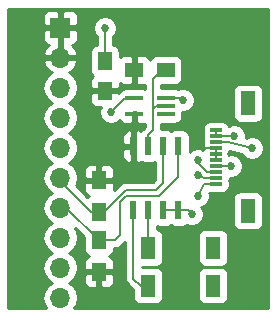
<source format=gtl>
G04 #@! TF.FileFunction,Copper,L1,Top,Signal*
%FSLAX46Y46*%
G04 Gerber Fmt 4.6, Leading zero omitted, Abs format (unit mm)*
G04 Created by KiCad (PCBNEW 4.0.5) date 03/13/17 18:48:00*
%MOMM*%
%LPD*%
G01*
G04 APERTURE LIST*
%ADD10C,0.100000*%
%ADD11R,0.600000X1.550000*%
%ADD12R,1.000000X0.300000*%
%ADD13R,1.300000X2.000000*%
%ADD14R,1.250000X1.500000*%
%ADD15R,1.500000X1.300000*%
%ADD16R,1.500000X0.400000*%
%ADD17R,1.300000X1.500000*%
%ADD18R,1.700000X1.700000*%
%ADD19O,1.700000X1.700000*%
%ADD20R,1.300000X1.900000*%
%ADD21C,0.685800*%
%ADD22C,0.152400*%
%ADD23C,0.254000*%
G04 APERTURE END LIST*
D10*
D11*
X158623000Y-88806000D03*
X159893000Y-88806000D03*
X161163000Y-88806000D03*
X162433000Y-88806000D03*
X162433000Y-83406000D03*
X161163000Y-83406000D03*
X159893000Y-83406000D03*
X158623000Y-83406000D03*
D12*
X165616000Y-84578000D03*
X165616000Y-85078000D03*
X165616000Y-85578000D03*
X165616000Y-86078000D03*
X165616000Y-86578000D03*
X165616000Y-84078000D03*
X165616000Y-83578000D03*
X165616000Y-83078000D03*
X165616000Y-82578000D03*
X165616000Y-82078000D03*
D13*
X168316000Y-88878000D03*
X168316000Y-79778000D03*
D14*
X156210000Y-78720000D03*
X156210000Y-76220000D03*
D15*
X158670000Y-76962000D03*
X161370000Y-76962000D03*
D16*
X161350000Y-80660000D03*
X161350000Y-80010000D03*
X161350000Y-79360000D03*
X158690000Y-79360000D03*
X158690000Y-80660000D03*
D17*
X155702000Y-86280000D03*
X155702000Y-88980000D03*
X155702000Y-94060000D03*
X155702000Y-91360000D03*
D18*
X152433333Y-73365000D03*
D19*
X152433333Y-75905000D03*
X152433333Y-78445000D03*
X152433333Y-80985000D03*
X152433333Y-83525000D03*
X152433333Y-86065000D03*
X152433333Y-88605000D03*
X152433333Y-91145000D03*
X152433333Y-93685000D03*
X152433333Y-96225000D03*
D20*
X159860000Y-92014000D03*
X165360000Y-92014000D03*
X165360000Y-95214000D03*
X159860000Y-95214000D03*
D21*
X157480000Y-83058000D03*
X164084000Y-83058000D03*
X162814000Y-79502000D03*
X163576000Y-89154000D03*
X167132000Y-82550000D03*
X156210000Y-73406000D03*
X156718000Y-80518000D03*
X166878000Y-85090000D03*
X164084000Y-84582000D03*
X164084000Y-85852000D03*
X164084000Y-87630000D03*
X168656000Y-83566000D03*
D22*
X165616000Y-83578000D02*
X164604000Y-83578000D01*
X164604000Y-83578000D02*
X164084000Y-83058000D01*
X165616000Y-84578000D02*
X165616000Y-84078000D01*
X165616000Y-83578000D02*
X165616000Y-84078000D01*
X161350000Y-79360000D02*
X162672000Y-79360000D01*
X162672000Y-79360000D02*
X162814000Y-79502000D01*
X161163000Y-88806000D02*
X162433000Y-88806000D01*
X162433000Y-88806000D02*
X163228000Y-88806000D01*
X163228000Y-88806000D02*
X163576000Y-89154000D01*
X165616000Y-82578000D02*
X167104000Y-82578000D01*
X167104000Y-82578000D02*
X167132000Y-82550000D01*
X165616000Y-82078000D02*
X165616000Y-82578000D01*
X156210000Y-76220000D02*
X156210000Y-73406000D01*
X165616000Y-85078000D02*
X166866000Y-85078000D01*
X157876000Y-79360000D02*
X158690000Y-79360000D01*
X156718000Y-80518000D02*
X157876000Y-79360000D01*
X166866000Y-85078000D02*
X166878000Y-85090000D01*
X161163000Y-83406000D02*
X161163000Y-86487000D01*
X157988000Y-87122000D02*
X156130000Y-88980000D01*
X160528000Y-87122000D02*
X157988000Y-87122000D01*
X161163000Y-86487000D02*
X160528000Y-87122000D01*
X156130000Y-88980000D02*
X155702000Y-88980000D01*
X155702000Y-88980000D02*
X156036000Y-88980000D01*
X152433333Y-86065000D02*
X152433333Y-86393333D01*
X152433333Y-86393333D02*
X155020000Y-88980000D01*
X155020000Y-88980000D02*
X155702000Y-88980000D01*
X162433000Y-83406000D02*
X162433000Y-85979000D01*
X157052000Y-91360000D02*
X155702000Y-91360000D01*
X157480000Y-90932000D02*
X157052000Y-91360000D01*
X157480000Y-88138000D02*
X157480000Y-90932000D01*
X157988000Y-87630000D02*
X157480000Y-88138000D01*
X160782000Y-87630000D02*
X157988000Y-87630000D01*
X162433000Y-85979000D02*
X160782000Y-87630000D01*
X152433333Y-88605000D02*
X152947000Y-88605000D01*
X152947000Y-88605000D02*
X155702000Y-91360000D01*
X161370000Y-76962000D02*
X161036000Y-76962000D01*
X161036000Y-76962000D02*
X160274000Y-77724000D01*
X160274000Y-77724000D02*
X160274000Y-80264000D01*
X161350000Y-80010000D02*
X160528000Y-80010000D01*
X159893000Y-82423000D02*
X159893000Y-83406000D01*
X160274000Y-82042000D02*
X159893000Y-82423000D01*
X160274000Y-80264000D02*
X160274000Y-82042000D01*
X160528000Y-80010000D02*
X160274000Y-80264000D01*
X165616000Y-85578000D02*
X164826000Y-85578000D01*
X164084000Y-84836000D02*
X164084000Y-84582000D01*
X164826000Y-85578000D02*
X164084000Y-84836000D01*
X165616000Y-86078000D02*
X164564000Y-86078000D01*
X164564000Y-86078000D02*
X164084000Y-85852000D01*
X152433333Y-80985000D02*
X153121000Y-80985000D01*
X165616000Y-86578000D02*
X164628000Y-86578000D01*
X164628000Y-86578000D02*
X164084000Y-87630000D01*
X165616000Y-83078000D02*
X166644000Y-83078000D01*
X166644000Y-83078000D02*
X168656000Y-83566000D01*
X158623000Y-88806000D02*
X158623000Y-94615000D01*
X158623000Y-94615000D02*
X159222000Y-95214000D01*
X159222000Y-95214000D02*
X159860000Y-95214000D01*
X159893000Y-88806000D02*
X159893000Y-91981000D01*
X159893000Y-91981000D02*
X159860000Y-92014000D01*
D23*
G36*
X170003000Y-97105000D02*
X153626106Y-97105000D01*
X153834387Y-96793285D01*
X153947426Y-96225000D01*
X153834387Y-95656715D01*
X153512480Y-95174946D01*
X153183307Y-94955000D01*
X153512480Y-94735054D01*
X153772604Y-94345750D01*
X154417000Y-94345750D01*
X154417000Y-94936309D01*
X154513673Y-95169698D01*
X154692301Y-95348327D01*
X154925690Y-95445000D01*
X155416250Y-95445000D01*
X155575000Y-95286250D01*
X155575000Y-94187000D01*
X155829000Y-94187000D01*
X155829000Y-95286250D01*
X155987750Y-95445000D01*
X156478310Y-95445000D01*
X156711699Y-95348327D01*
X156890327Y-95169698D01*
X156987000Y-94936309D01*
X156987000Y-94345750D01*
X156828250Y-94187000D01*
X155829000Y-94187000D01*
X155575000Y-94187000D01*
X154575750Y-94187000D01*
X154417000Y-94345750D01*
X153772604Y-94345750D01*
X153834387Y-94253285D01*
X153947426Y-93685000D01*
X153834387Y-93116715D01*
X153512480Y-92634946D01*
X153183307Y-92415000D01*
X153512480Y-92195054D01*
X153834387Y-91713285D01*
X153947426Y-91145000D01*
X153834387Y-90576715D01*
X153676235Y-90340024D01*
X154404560Y-91068349D01*
X154404560Y-92110000D01*
X154448838Y-92345317D01*
X154587910Y-92561441D01*
X154800110Y-92706431D01*
X154833490Y-92713191D01*
X154692301Y-92771673D01*
X154513673Y-92950302D01*
X154417000Y-93183691D01*
X154417000Y-93774250D01*
X154575750Y-93933000D01*
X155575000Y-93933000D01*
X155575000Y-93913000D01*
X155829000Y-93913000D01*
X155829000Y-93933000D01*
X156828250Y-93933000D01*
X156987000Y-93774250D01*
X156987000Y-93183691D01*
X156890327Y-92950302D01*
X156711699Y-92771673D01*
X156575713Y-92715346D01*
X156587317Y-92713162D01*
X156803441Y-92574090D01*
X156948431Y-92361890D01*
X156999440Y-92110000D01*
X156999440Y-92071200D01*
X157052000Y-92071200D01*
X157324165Y-92017063D01*
X157554894Y-91862894D01*
X157911800Y-91505989D01*
X157911800Y-94615000D01*
X157965937Y-94887165D01*
X158120106Y-95117894D01*
X158562560Y-95560348D01*
X158562560Y-96164000D01*
X158606838Y-96399317D01*
X158745910Y-96615441D01*
X158958110Y-96760431D01*
X159210000Y-96811440D01*
X160510000Y-96811440D01*
X160745317Y-96767162D01*
X160961441Y-96628090D01*
X161106431Y-96415890D01*
X161157440Y-96164000D01*
X161157440Y-94264000D01*
X164062560Y-94264000D01*
X164062560Y-96164000D01*
X164106838Y-96399317D01*
X164245910Y-96615441D01*
X164458110Y-96760431D01*
X164710000Y-96811440D01*
X166010000Y-96811440D01*
X166245317Y-96767162D01*
X166461441Y-96628090D01*
X166606431Y-96415890D01*
X166657440Y-96164000D01*
X166657440Y-94264000D01*
X166613162Y-94028683D01*
X166474090Y-93812559D01*
X166261890Y-93667569D01*
X166010000Y-93616560D01*
X164710000Y-93616560D01*
X164474683Y-93660838D01*
X164258559Y-93799910D01*
X164113569Y-94012110D01*
X164062560Y-94264000D01*
X161157440Y-94264000D01*
X161113162Y-94028683D01*
X160974090Y-93812559D01*
X160761890Y-93667569D01*
X160510000Y-93616560D01*
X159334200Y-93616560D01*
X159334200Y-93611440D01*
X160510000Y-93611440D01*
X160745317Y-93567162D01*
X160961441Y-93428090D01*
X161106431Y-93215890D01*
X161157440Y-92964000D01*
X161157440Y-91064000D01*
X164062560Y-91064000D01*
X164062560Y-92964000D01*
X164106838Y-93199317D01*
X164245910Y-93415441D01*
X164458110Y-93560431D01*
X164710000Y-93611440D01*
X166010000Y-93611440D01*
X166245317Y-93567162D01*
X166461441Y-93428090D01*
X166606431Y-93215890D01*
X166657440Y-92964000D01*
X166657440Y-91064000D01*
X166613162Y-90828683D01*
X166474090Y-90612559D01*
X166261890Y-90467569D01*
X166010000Y-90416560D01*
X164710000Y-90416560D01*
X164474683Y-90460838D01*
X164258559Y-90599910D01*
X164113569Y-90812110D01*
X164062560Y-91064000D01*
X161157440Y-91064000D01*
X161113162Y-90828683D01*
X160974090Y-90612559D01*
X160761890Y-90467569D01*
X160604200Y-90435636D01*
X160604200Y-90172710D01*
X160611110Y-90177431D01*
X160863000Y-90228440D01*
X161463000Y-90228440D01*
X161698317Y-90184162D01*
X161797528Y-90120322D01*
X161881110Y-90177431D01*
X162133000Y-90228440D01*
X162733000Y-90228440D01*
X162968317Y-90184162D01*
X163179553Y-90048235D01*
X163380630Y-90131730D01*
X163769663Y-90132069D01*
X164129212Y-89983507D01*
X164404540Y-89708659D01*
X164553730Y-89349370D01*
X164554069Y-88960337D01*
X164405507Y-88600788D01*
X164373320Y-88568545D01*
X164637212Y-88459507D01*
X164912540Y-88184659D01*
X165039876Y-87878000D01*
X167018560Y-87878000D01*
X167018560Y-89878000D01*
X167062838Y-90113317D01*
X167201910Y-90329441D01*
X167414110Y-90474431D01*
X167666000Y-90525440D01*
X168966000Y-90525440D01*
X169201317Y-90481162D01*
X169417441Y-90342090D01*
X169562431Y-90129890D01*
X169613440Y-89878000D01*
X169613440Y-87878000D01*
X169569162Y-87642683D01*
X169430090Y-87426559D01*
X169217890Y-87281569D01*
X168966000Y-87230560D01*
X167666000Y-87230560D01*
X167430683Y-87274838D01*
X167214559Y-87413910D01*
X167069569Y-87626110D01*
X167018560Y-87878000D01*
X165039876Y-87878000D01*
X165061730Y-87825370D01*
X165062069Y-87436337D01*
X165029685Y-87357961D01*
X165116000Y-87375440D01*
X166116000Y-87375440D01*
X166351317Y-87331162D01*
X166567441Y-87192090D01*
X166712431Y-86979890D01*
X166763440Y-86728000D01*
X166763440Y-86428000D01*
X166743933Y-86324329D01*
X166763440Y-86228000D01*
X166763440Y-86067800D01*
X167071663Y-86068069D01*
X167431212Y-85919507D01*
X167706540Y-85644659D01*
X167855730Y-85285370D01*
X167856069Y-84896337D01*
X167707507Y-84536788D01*
X167432659Y-84261460D01*
X167073370Y-84112270D01*
X166684337Y-84111931D01*
X166674143Y-84116143D01*
X166658344Y-84078000D01*
X166751000Y-83854309D01*
X166751000Y-83835773D01*
X167816122Y-84094113D01*
X167826493Y-84119212D01*
X168101341Y-84394540D01*
X168460630Y-84543730D01*
X168849663Y-84544069D01*
X169209212Y-84395507D01*
X169484540Y-84120659D01*
X169633730Y-83761370D01*
X169634069Y-83372337D01*
X169485507Y-83012788D01*
X169210659Y-82737460D01*
X168851370Y-82588270D01*
X168462337Y-82587931D01*
X168158439Y-82713499D01*
X168109768Y-82701694D01*
X168110069Y-82356337D01*
X167961507Y-81996788D01*
X167686659Y-81721460D01*
X167327370Y-81572270D01*
X166938337Y-81571931D01*
X166703815Y-81668833D01*
X166580090Y-81476559D01*
X166367890Y-81331569D01*
X166116000Y-81280560D01*
X165116000Y-81280560D01*
X164880683Y-81324838D01*
X164664559Y-81463910D01*
X164519569Y-81676110D01*
X164468560Y-81928000D01*
X164468560Y-82228000D01*
X164488067Y-82331671D01*
X164468560Y-82428000D01*
X164468560Y-82728000D01*
X164488067Y-82831671D01*
X164468560Y-82928000D01*
X164468560Y-83228000D01*
X164481981Y-83299324D01*
X164481000Y-83301691D01*
X164481000Y-83344250D01*
X164492621Y-83355871D01*
X164512838Y-83463317D01*
X164579329Y-83566646D01*
X164577673Y-83568302D01*
X164521183Y-83704680D01*
X164279370Y-83604270D01*
X163890337Y-83603931D01*
X163530788Y-83752493D01*
X163380440Y-83902579D01*
X163380440Y-82631000D01*
X163336162Y-82395683D01*
X163197090Y-82179559D01*
X162984890Y-82034569D01*
X162733000Y-81983560D01*
X162133000Y-81983560D01*
X161897683Y-82027838D01*
X161798472Y-82091678D01*
X161714890Y-82034569D01*
X161463000Y-81983560D01*
X160985200Y-81983560D01*
X160985200Y-81507440D01*
X162100000Y-81507440D01*
X162335317Y-81463162D01*
X162551441Y-81324090D01*
X162696431Y-81111890D01*
X162747440Y-80860000D01*
X162747440Y-80479842D01*
X163007663Y-80480069D01*
X163367212Y-80331507D01*
X163642540Y-80056659D01*
X163791730Y-79697370D01*
X163792069Y-79308337D01*
X163643507Y-78948788D01*
X163473017Y-78778000D01*
X167018560Y-78778000D01*
X167018560Y-80778000D01*
X167062838Y-81013317D01*
X167201910Y-81229441D01*
X167414110Y-81374431D01*
X167666000Y-81425440D01*
X168966000Y-81425440D01*
X169201317Y-81381162D01*
X169417441Y-81242090D01*
X169562431Y-81029890D01*
X169613440Y-80778000D01*
X169613440Y-78778000D01*
X169569162Y-78542683D01*
X169430090Y-78326559D01*
X169217890Y-78181569D01*
X168966000Y-78130560D01*
X167666000Y-78130560D01*
X167430683Y-78174838D01*
X167214559Y-78313910D01*
X167069569Y-78526110D01*
X167018560Y-78778000D01*
X163473017Y-78778000D01*
X163368659Y-78673460D01*
X163009370Y-78524270D01*
X162620337Y-78523931D01*
X162416901Y-78607989D01*
X162351890Y-78563569D01*
X162100000Y-78512560D01*
X160985200Y-78512560D01*
X160985200Y-78259440D01*
X162120000Y-78259440D01*
X162355317Y-78215162D01*
X162571441Y-78076090D01*
X162716431Y-77863890D01*
X162767440Y-77612000D01*
X162767440Y-76312000D01*
X162723162Y-76076683D01*
X162584090Y-75860559D01*
X162371890Y-75715569D01*
X162120000Y-75664560D01*
X160620000Y-75664560D01*
X160384683Y-75708838D01*
X160168559Y-75847910D01*
X160023569Y-76060110D01*
X160016809Y-76093490D01*
X159958327Y-75952301D01*
X159779698Y-75773673D01*
X159546309Y-75677000D01*
X158955750Y-75677000D01*
X158797000Y-75835750D01*
X158797000Y-76835000D01*
X158817000Y-76835000D01*
X158817000Y-77089000D01*
X158797000Y-77089000D01*
X158797000Y-78088250D01*
X158955750Y-78247000D01*
X159546309Y-78247000D01*
X159562800Y-78240169D01*
X159562800Y-78537428D01*
X159440000Y-78512560D01*
X157940000Y-78512560D01*
X157704683Y-78556838D01*
X157488559Y-78695910D01*
X157382882Y-78850573D01*
X157373105Y-78857106D01*
X157347231Y-78882981D01*
X157311250Y-78847000D01*
X156337000Y-78847000D01*
X156337000Y-78867000D01*
X156083000Y-78867000D01*
X156083000Y-78847000D01*
X155108750Y-78847000D01*
X154950000Y-79005750D01*
X154950000Y-79596309D01*
X155046673Y-79829698D01*
X155225301Y-80008327D01*
X155458690Y-80105000D01*
X155830638Y-80105000D01*
X155740270Y-80322630D01*
X155739931Y-80711663D01*
X155888493Y-81071212D01*
X156163341Y-81346540D01*
X156522630Y-81495730D01*
X156911663Y-81496069D01*
X157271212Y-81347507D01*
X157400962Y-81217983D01*
X157401673Y-81219699D01*
X157580302Y-81398327D01*
X157813691Y-81495000D01*
X158404250Y-81495000D01*
X158563000Y-81336250D01*
X158563000Y-80760000D01*
X158543000Y-80760000D01*
X158543000Y-80560000D01*
X158563000Y-80560000D01*
X158563000Y-80513000D01*
X158817000Y-80513000D01*
X158817000Y-80560000D01*
X158837000Y-80560000D01*
X158837000Y-80760000D01*
X158817000Y-80760000D01*
X158817000Y-81336250D01*
X158975750Y-81495000D01*
X159562800Y-81495000D01*
X159562800Y-81747412D01*
X159390106Y-81920106D01*
X159288281Y-82072497D01*
X159267020Y-82086178D01*
X159049310Y-81996000D01*
X158908750Y-81996000D01*
X158750000Y-82154750D01*
X158750000Y-83279000D01*
X158770000Y-83279000D01*
X158770000Y-83533000D01*
X158750000Y-83533000D01*
X158750000Y-84657250D01*
X158908750Y-84816000D01*
X159049310Y-84816000D01*
X159266122Y-84726194D01*
X159341110Y-84777431D01*
X159593000Y-84828440D01*
X160193000Y-84828440D01*
X160428317Y-84784162D01*
X160451800Y-84769051D01*
X160451800Y-86192411D01*
X160233412Y-86410800D01*
X157988000Y-86410800D01*
X157715835Y-86464937D01*
X157485106Y-86619106D01*
X156987000Y-87117212D01*
X156987000Y-86565750D01*
X156828250Y-86407000D01*
X155829000Y-86407000D01*
X155829000Y-86427000D01*
X155575000Y-86427000D01*
X155575000Y-86407000D01*
X154575750Y-86407000D01*
X154417000Y-86565750D01*
X154417000Y-87156309D01*
X154513673Y-87389698D01*
X154692301Y-87568327D01*
X154828287Y-87624654D01*
X154816683Y-87626838D01*
X154729030Y-87683241D01*
X153772177Y-86726389D01*
X153834387Y-86633285D01*
X153947426Y-86065000D01*
X153834387Y-85496715D01*
X153772231Y-85403691D01*
X154417000Y-85403691D01*
X154417000Y-85994250D01*
X154575750Y-86153000D01*
X155575000Y-86153000D01*
X155575000Y-85053750D01*
X155829000Y-85053750D01*
X155829000Y-86153000D01*
X156828250Y-86153000D01*
X156987000Y-85994250D01*
X156987000Y-85403691D01*
X156890327Y-85170302D01*
X156711699Y-84991673D01*
X156478310Y-84895000D01*
X155987750Y-84895000D01*
X155829000Y-85053750D01*
X155575000Y-85053750D01*
X155416250Y-84895000D01*
X154925690Y-84895000D01*
X154692301Y-84991673D01*
X154513673Y-85170302D01*
X154417000Y-85403691D01*
X153772231Y-85403691D01*
X153512480Y-85014946D01*
X153183307Y-84795000D01*
X153512480Y-84575054D01*
X153834387Y-84093285D01*
X153914257Y-83691750D01*
X157688000Y-83691750D01*
X157688000Y-84307309D01*
X157784673Y-84540698D01*
X157963301Y-84719327D01*
X158196690Y-84816000D01*
X158337250Y-84816000D01*
X158496000Y-84657250D01*
X158496000Y-83533000D01*
X157846750Y-83533000D01*
X157688000Y-83691750D01*
X153914257Y-83691750D01*
X153947426Y-83525000D01*
X153834387Y-82956715D01*
X153532355Y-82504691D01*
X157688000Y-82504691D01*
X157688000Y-83120250D01*
X157846750Y-83279000D01*
X158496000Y-83279000D01*
X158496000Y-82154750D01*
X158337250Y-81996000D01*
X158196690Y-81996000D01*
X157963301Y-82092673D01*
X157784673Y-82271302D01*
X157688000Y-82504691D01*
X153532355Y-82504691D01*
X153512480Y-82474946D01*
X153183307Y-82255000D01*
X153512480Y-82035054D01*
X153834387Y-81553285D01*
X153947426Y-80985000D01*
X153834387Y-80416715D01*
X153512480Y-79934946D01*
X153183307Y-79715000D01*
X153512480Y-79495054D01*
X153834387Y-79013285D01*
X153947426Y-78445000D01*
X153834387Y-77876715D01*
X153512480Y-77394946D01*
X153171780Y-77167298D01*
X153314691Y-77100183D01*
X153704978Y-76671924D01*
X153874809Y-76261890D01*
X153753488Y-76032000D01*
X152560333Y-76032000D01*
X152560333Y-76052000D01*
X152306333Y-76052000D01*
X152306333Y-76032000D01*
X151113178Y-76032000D01*
X150991857Y-76261890D01*
X151161688Y-76671924D01*
X151551975Y-77100183D01*
X151694886Y-77167298D01*
X151354186Y-77394946D01*
X151032279Y-77876715D01*
X150919240Y-78445000D01*
X151032279Y-79013285D01*
X151354186Y-79495054D01*
X151683359Y-79715000D01*
X151354186Y-79934946D01*
X151032279Y-80416715D01*
X150919240Y-80985000D01*
X151032279Y-81553285D01*
X151354186Y-82035054D01*
X151683359Y-82255000D01*
X151354186Y-82474946D01*
X151032279Y-82956715D01*
X150919240Y-83525000D01*
X151032279Y-84093285D01*
X151354186Y-84575054D01*
X151683359Y-84795000D01*
X151354186Y-85014946D01*
X151032279Y-85496715D01*
X150919240Y-86065000D01*
X151032279Y-86633285D01*
X151354186Y-87115054D01*
X151683359Y-87335000D01*
X151354186Y-87554946D01*
X151032279Y-88036715D01*
X150919240Y-88605000D01*
X151032279Y-89173285D01*
X151354186Y-89655054D01*
X151683359Y-89875000D01*
X151354186Y-90094946D01*
X151032279Y-90576715D01*
X150919240Y-91145000D01*
X151032279Y-91713285D01*
X151354186Y-92195054D01*
X151683359Y-92415000D01*
X151354186Y-92634946D01*
X151032279Y-93116715D01*
X150919240Y-93685000D01*
X151032279Y-94253285D01*
X151354186Y-94735054D01*
X151683359Y-94955000D01*
X151354186Y-95174946D01*
X151032279Y-95656715D01*
X150919240Y-96225000D01*
X151032279Y-96793285D01*
X151240560Y-97105000D01*
X148005000Y-97105000D01*
X148005000Y-73650750D01*
X150948333Y-73650750D01*
X150948333Y-74341310D01*
X151045006Y-74574699D01*
X151223635Y-74753327D01*
X151433211Y-74840136D01*
X151161688Y-75138076D01*
X150991857Y-75548110D01*
X151113178Y-75778000D01*
X152306333Y-75778000D01*
X152306333Y-73492000D01*
X152560333Y-73492000D01*
X152560333Y-75778000D01*
X153753488Y-75778000D01*
X153874809Y-75548110D01*
X153842457Y-75470000D01*
X154937560Y-75470000D01*
X154937560Y-76970000D01*
X154981838Y-77205317D01*
X155120910Y-77421441D01*
X155189006Y-77467969D01*
X155046673Y-77610302D01*
X154950000Y-77843691D01*
X154950000Y-78434250D01*
X155108750Y-78593000D01*
X156083000Y-78593000D01*
X156083000Y-78573000D01*
X156337000Y-78573000D01*
X156337000Y-78593000D01*
X157311250Y-78593000D01*
X157470000Y-78434250D01*
X157470000Y-78060026D01*
X157560302Y-78150327D01*
X157793691Y-78247000D01*
X158384250Y-78247000D01*
X158543000Y-78088250D01*
X158543000Y-77089000D01*
X158523000Y-77089000D01*
X158523000Y-76835000D01*
X158543000Y-76835000D01*
X158543000Y-75835750D01*
X158384250Y-75677000D01*
X157793691Y-75677000D01*
X157560302Y-75773673D01*
X157482440Y-75851535D01*
X157482440Y-75470000D01*
X157438162Y-75234683D01*
X157299090Y-75018559D01*
X157086890Y-74873569D01*
X156921200Y-74840016D01*
X156921200Y-74077794D01*
X157038540Y-73960659D01*
X157187730Y-73601370D01*
X157188069Y-73212337D01*
X157039507Y-72852788D01*
X156764659Y-72577460D01*
X156405370Y-72428270D01*
X156016337Y-72427931D01*
X155656788Y-72576493D01*
X155381460Y-72851341D01*
X155232270Y-73210630D01*
X155231931Y-73599663D01*
X155380493Y-73959212D01*
X155498800Y-74077726D01*
X155498800Y-74838780D01*
X155349683Y-74866838D01*
X155133559Y-75005910D01*
X154988569Y-75218110D01*
X154937560Y-75470000D01*
X153842457Y-75470000D01*
X153704978Y-75138076D01*
X153433455Y-74840136D01*
X153643031Y-74753327D01*
X153821660Y-74574699D01*
X153918333Y-74341310D01*
X153918333Y-73650750D01*
X153759583Y-73492000D01*
X152560333Y-73492000D01*
X152306333Y-73492000D01*
X151107083Y-73492000D01*
X150948333Y-73650750D01*
X148005000Y-73650750D01*
X148005000Y-72388690D01*
X150948333Y-72388690D01*
X150948333Y-73079250D01*
X151107083Y-73238000D01*
X152306333Y-73238000D01*
X152306333Y-72038750D01*
X152560333Y-72038750D01*
X152560333Y-73238000D01*
X153759583Y-73238000D01*
X153918333Y-73079250D01*
X153918333Y-72388690D01*
X153821660Y-72155301D01*
X153643031Y-71976673D01*
X153409642Y-71880000D01*
X152719083Y-71880000D01*
X152560333Y-72038750D01*
X152306333Y-72038750D01*
X152147583Y-71880000D01*
X151457024Y-71880000D01*
X151223635Y-71976673D01*
X151045006Y-72155301D01*
X150948333Y-72388690D01*
X148005000Y-72388690D01*
X148005000Y-71805000D01*
X170003000Y-71805000D01*
X170003000Y-97105000D01*
X170003000Y-97105000D01*
G37*
X170003000Y-97105000D02*
X153626106Y-97105000D01*
X153834387Y-96793285D01*
X153947426Y-96225000D01*
X153834387Y-95656715D01*
X153512480Y-95174946D01*
X153183307Y-94955000D01*
X153512480Y-94735054D01*
X153772604Y-94345750D01*
X154417000Y-94345750D01*
X154417000Y-94936309D01*
X154513673Y-95169698D01*
X154692301Y-95348327D01*
X154925690Y-95445000D01*
X155416250Y-95445000D01*
X155575000Y-95286250D01*
X155575000Y-94187000D01*
X155829000Y-94187000D01*
X155829000Y-95286250D01*
X155987750Y-95445000D01*
X156478310Y-95445000D01*
X156711699Y-95348327D01*
X156890327Y-95169698D01*
X156987000Y-94936309D01*
X156987000Y-94345750D01*
X156828250Y-94187000D01*
X155829000Y-94187000D01*
X155575000Y-94187000D01*
X154575750Y-94187000D01*
X154417000Y-94345750D01*
X153772604Y-94345750D01*
X153834387Y-94253285D01*
X153947426Y-93685000D01*
X153834387Y-93116715D01*
X153512480Y-92634946D01*
X153183307Y-92415000D01*
X153512480Y-92195054D01*
X153834387Y-91713285D01*
X153947426Y-91145000D01*
X153834387Y-90576715D01*
X153676235Y-90340024D01*
X154404560Y-91068349D01*
X154404560Y-92110000D01*
X154448838Y-92345317D01*
X154587910Y-92561441D01*
X154800110Y-92706431D01*
X154833490Y-92713191D01*
X154692301Y-92771673D01*
X154513673Y-92950302D01*
X154417000Y-93183691D01*
X154417000Y-93774250D01*
X154575750Y-93933000D01*
X155575000Y-93933000D01*
X155575000Y-93913000D01*
X155829000Y-93913000D01*
X155829000Y-93933000D01*
X156828250Y-93933000D01*
X156987000Y-93774250D01*
X156987000Y-93183691D01*
X156890327Y-92950302D01*
X156711699Y-92771673D01*
X156575713Y-92715346D01*
X156587317Y-92713162D01*
X156803441Y-92574090D01*
X156948431Y-92361890D01*
X156999440Y-92110000D01*
X156999440Y-92071200D01*
X157052000Y-92071200D01*
X157324165Y-92017063D01*
X157554894Y-91862894D01*
X157911800Y-91505989D01*
X157911800Y-94615000D01*
X157965937Y-94887165D01*
X158120106Y-95117894D01*
X158562560Y-95560348D01*
X158562560Y-96164000D01*
X158606838Y-96399317D01*
X158745910Y-96615441D01*
X158958110Y-96760431D01*
X159210000Y-96811440D01*
X160510000Y-96811440D01*
X160745317Y-96767162D01*
X160961441Y-96628090D01*
X161106431Y-96415890D01*
X161157440Y-96164000D01*
X161157440Y-94264000D01*
X164062560Y-94264000D01*
X164062560Y-96164000D01*
X164106838Y-96399317D01*
X164245910Y-96615441D01*
X164458110Y-96760431D01*
X164710000Y-96811440D01*
X166010000Y-96811440D01*
X166245317Y-96767162D01*
X166461441Y-96628090D01*
X166606431Y-96415890D01*
X166657440Y-96164000D01*
X166657440Y-94264000D01*
X166613162Y-94028683D01*
X166474090Y-93812559D01*
X166261890Y-93667569D01*
X166010000Y-93616560D01*
X164710000Y-93616560D01*
X164474683Y-93660838D01*
X164258559Y-93799910D01*
X164113569Y-94012110D01*
X164062560Y-94264000D01*
X161157440Y-94264000D01*
X161113162Y-94028683D01*
X160974090Y-93812559D01*
X160761890Y-93667569D01*
X160510000Y-93616560D01*
X159334200Y-93616560D01*
X159334200Y-93611440D01*
X160510000Y-93611440D01*
X160745317Y-93567162D01*
X160961441Y-93428090D01*
X161106431Y-93215890D01*
X161157440Y-92964000D01*
X161157440Y-91064000D01*
X164062560Y-91064000D01*
X164062560Y-92964000D01*
X164106838Y-93199317D01*
X164245910Y-93415441D01*
X164458110Y-93560431D01*
X164710000Y-93611440D01*
X166010000Y-93611440D01*
X166245317Y-93567162D01*
X166461441Y-93428090D01*
X166606431Y-93215890D01*
X166657440Y-92964000D01*
X166657440Y-91064000D01*
X166613162Y-90828683D01*
X166474090Y-90612559D01*
X166261890Y-90467569D01*
X166010000Y-90416560D01*
X164710000Y-90416560D01*
X164474683Y-90460838D01*
X164258559Y-90599910D01*
X164113569Y-90812110D01*
X164062560Y-91064000D01*
X161157440Y-91064000D01*
X161113162Y-90828683D01*
X160974090Y-90612559D01*
X160761890Y-90467569D01*
X160604200Y-90435636D01*
X160604200Y-90172710D01*
X160611110Y-90177431D01*
X160863000Y-90228440D01*
X161463000Y-90228440D01*
X161698317Y-90184162D01*
X161797528Y-90120322D01*
X161881110Y-90177431D01*
X162133000Y-90228440D01*
X162733000Y-90228440D01*
X162968317Y-90184162D01*
X163179553Y-90048235D01*
X163380630Y-90131730D01*
X163769663Y-90132069D01*
X164129212Y-89983507D01*
X164404540Y-89708659D01*
X164553730Y-89349370D01*
X164554069Y-88960337D01*
X164405507Y-88600788D01*
X164373320Y-88568545D01*
X164637212Y-88459507D01*
X164912540Y-88184659D01*
X165039876Y-87878000D01*
X167018560Y-87878000D01*
X167018560Y-89878000D01*
X167062838Y-90113317D01*
X167201910Y-90329441D01*
X167414110Y-90474431D01*
X167666000Y-90525440D01*
X168966000Y-90525440D01*
X169201317Y-90481162D01*
X169417441Y-90342090D01*
X169562431Y-90129890D01*
X169613440Y-89878000D01*
X169613440Y-87878000D01*
X169569162Y-87642683D01*
X169430090Y-87426559D01*
X169217890Y-87281569D01*
X168966000Y-87230560D01*
X167666000Y-87230560D01*
X167430683Y-87274838D01*
X167214559Y-87413910D01*
X167069569Y-87626110D01*
X167018560Y-87878000D01*
X165039876Y-87878000D01*
X165061730Y-87825370D01*
X165062069Y-87436337D01*
X165029685Y-87357961D01*
X165116000Y-87375440D01*
X166116000Y-87375440D01*
X166351317Y-87331162D01*
X166567441Y-87192090D01*
X166712431Y-86979890D01*
X166763440Y-86728000D01*
X166763440Y-86428000D01*
X166743933Y-86324329D01*
X166763440Y-86228000D01*
X166763440Y-86067800D01*
X167071663Y-86068069D01*
X167431212Y-85919507D01*
X167706540Y-85644659D01*
X167855730Y-85285370D01*
X167856069Y-84896337D01*
X167707507Y-84536788D01*
X167432659Y-84261460D01*
X167073370Y-84112270D01*
X166684337Y-84111931D01*
X166674143Y-84116143D01*
X166658344Y-84078000D01*
X166751000Y-83854309D01*
X166751000Y-83835773D01*
X167816122Y-84094113D01*
X167826493Y-84119212D01*
X168101341Y-84394540D01*
X168460630Y-84543730D01*
X168849663Y-84544069D01*
X169209212Y-84395507D01*
X169484540Y-84120659D01*
X169633730Y-83761370D01*
X169634069Y-83372337D01*
X169485507Y-83012788D01*
X169210659Y-82737460D01*
X168851370Y-82588270D01*
X168462337Y-82587931D01*
X168158439Y-82713499D01*
X168109768Y-82701694D01*
X168110069Y-82356337D01*
X167961507Y-81996788D01*
X167686659Y-81721460D01*
X167327370Y-81572270D01*
X166938337Y-81571931D01*
X166703815Y-81668833D01*
X166580090Y-81476559D01*
X166367890Y-81331569D01*
X166116000Y-81280560D01*
X165116000Y-81280560D01*
X164880683Y-81324838D01*
X164664559Y-81463910D01*
X164519569Y-81676110D01*
X164468560Y-81928000D01*
X164468560Y-82228000D01*
X164488067Y-82331671D01*
X164468560Y-82428000D01*
X164468560Y-82728000D01*
X164488067Y-82831671D01*
X164468560Y-82928000D01*
X164468560Y-83228000D01*
X164481981Y-83299324D01*
X164481000Y-83301691D01*
X164481000Y-83344250D01*
X164492621Y-83355871D01*
X164512838Y-83463317D01*
X164579329Y-83566646D01*
X164577673Y-83568302D01*
X164521183Y-83704680D01*
X164279370Y-83604270D01*
X163890337Y-83603931D01*
X163530788Y-83752493D01*
X163380440Y-83902579D01*
X163380440Y-82631000D01*
X163336162Y-82395683D01*
X163197090Y-82179559D01*
X162984890Y-82034569D01*
X162733000Y-81983560D01*
X162133000Y-81983560D01*
X161897683Y-82027838D01*
X161798472Y-82091678D01*
X161714890Y-82034569D01*
X161463000Y-81983560D01*
X160985200Y-81983560D01*
X160985200Y-81507440D01*
X162100000Y-81507440D01*
X162335317Y-81463162D01*
X162551441Y-81324090D01*
X162696431Y-81111890D01*
X162747440Y-80860000D01*
X162747440Y-80479842D01*
X163007663Y-80480069D01*
X163367212Y-80331507D01*
X163642540Y-80056659D01*
X163791730Y-79697370D01*
X163792069Y-79308337D01*
X163643507Y-78948788D01*
X163473017Y-78778000D01*
X167018560Y-78778000D01*
X167018560Y-80778000D01*
X167062838Y-81013317D01*
X167201910Y-81229441D01*
X167414110Y-81374431D01*
X167666000Y-81425440D01*
X168966000Y-81425440D01*
X169201317Y-81381162D01*
X169417441Y-81242090D01*
X169562431Y-81029890D01*
X169613440Y-80778000D01*
X169613440Y-78778000D01*
X169569162Y-78542683D01*
X169430090Y-78326559D01*
X169217890Y-78181569D01*
X168966000Y-78130560D01*
X167666000Y-78130560D01*
X167430683Y-78174838D01*
X167214559Y-78313910D01*
X167069569Y-78526110D01*
X167018560Y-78778000D01*
X163473017Y-78778000D01*
X163368659Y-78673460D01*
X163009370Y-78524270D01*
X162620337Y-78523931D01*
X162416901Y-78607989D01*
X162351890Y-78563569D01*
X162100000Y-78512560D01*
X160985200Y-78512560D01*
X160985200Y-78259440D01*
X162120000Y-78259440D01*
X162355317Y-78215162D01*
X162571441Y-78076090D01*
X162716431Y-77863890D01*
X162767440Y-77612000D01*
X162767440Y-76312000D01*
X162723162Y-76076683D01*
X162584090Y-75860559D01*
X162371890Y-75715569D01*
X162120000Y-75664560D01*
X160620000Y-75664560D01*
X160384683Y-75708838D01*
X160168559Y-75847910D01*
X160023569Y-76060110D01*
X160016809Y-76093490D01*
X159958327Y-75952301D01*
X159779698Y-75773673D01*
X159546309Y-75677000D01*
X158955750Y-75677000D01*
X158797000Y-75835750D01*
X158797000Y-76835000D01*
X158817000Y-76835000D01*
X158817000Y-77089000D01*
X158797000Y-77089000D01*
X158797000Y-78088250D01*
X158955750Y-78247000D01*
X159546309Y-78247000D01*
X159562800Y-78240169D01*
X159562800Y-78537428D01*
X159440000Y-78512560D01*
X157940000Y-78512560D01*
X157704683Y-78556838D01*
X157488559Y-78695910D01*
X157382882Y-78850573D01*
X157373105Y-78857106D01*
X157347231Y-78882981D01*
X157311250Y-78847000D01*
X156337000Y-78847000D01*
X156337000Y-78867000D01*
X156083000Y-78867000D01*
X156083000Y-78847000D01*
X155108750Y-78847000D01*
X154950000Y-79005750D01*
X154950000Y-79596309D01*
X155046673Y-79829698D01*
X155225301Y-80008327D01*
X155458690Y-80105000D01*
X155830638Y-80105000D01*
X155740270Y-80322630D01*
X155739931Y-80711663D01*
X155888493Y-81071212D01*
X156163341Y-81346540D01*
X156522630Y-81495730D01*
X156911663Y-81496069D01*
X157271212Y-81347507D01*
X157400962Y-81217983D01*
X157401673Y-81219699D01*
X157580302Y-81398327D01*
X157813691Y-81495000D01*
X158404250Y-81495000D01*
X158563000Y-81336250D01*
X158563000Y-80760000D01*
X158543000Y-80760000D01*
X158543000Y-80560000D01*
X158563000Y-80560000D01*
X158563000Y-80513000D01*
X158817000Y-80513000D01*
X158817000Y-80560000D01*
X158837000Y-80560000D01*
X158837000Y-80760000D01*
X158817000Y-80760000D01*
X158817000Y-81336250D01*
X158975750Y-81495000D01*
X159562800Y-81495000D01*
X159562800Y-81747412D01*
X159390106Y-81920106D01*
X159288281Y-82072497D01*
X159267020Y-82086178D01*
X159049310Y-81996000D01*
X158908750Y-81996000D01*
X158750000Y-82154750D01*
X158750000Y-83279000D01*
X158770000Y-83279000D01*
X158770000Y-83533000D01*
X158750000Y-83533000D01*
X158750000Y-84657250D01*
X158908750Y-84816000D01*
X159049310Y-84816000D01*
X159266122Y-84726194D01*
X159341110Y-84777431D01*
X159593000Y-84828440D01*
X160193000Y-84828440D01*
X160428317Y-84784162D01*
X160451800Y-84769051D01*
X160451800Y-86192411D01*
X160233412Y-86410800D01*
X157988000Y-86410800D01*
X157715835Y-86464937D01*
X157485106Y-86619106D01*
X156987000Y-87117212D01*
X156987000Y-86565750D01*
X156828250Y-86407000D01*
X155829000Y-86407000D01*
X155829000Y-86427000D01*
X155575000Y-86427000D01*
X155575000Y-86407000D01*
X154575750Y-86407000D01*
X154417000Y-86565750D01*
X154417000Y-87156309D01*
X154513673Y-87389698D01*
X154692301Y-87568327D01*
X154828287Y-87624654D01*
X154816683Y-87626838D01*
X154729030Y-87683241D01*
X153772177Y-86726389D01*
X153834387Y-86633285D01*
X153947426Y-86065000D01*
X153834387Y-85496715D01*
X153772231Y-85403691D01*
X154417000Y-85403691D01*
X154417000Y-85994250D01*
X154575750Y-86153000D01*
X155575000Y-86153000D01*
X155575000Y-85053750D01*
X155829000Y-85053750D01*
X155829000Y-86153000D01*
X156828250Y-86153000D01*
X156987000Y-85994250D01*
X156987000Y-85403691D01*
X156890327Y-85170302D01*
X156711699Y-84991673D01*
X156478310Y-84895000D01*
X155987750Y-84895000D01*
X155829000Y-85053750D01*
X155575000Y-85053750D01*
X155416250Y-84895000D01*
X154925690Y-84895000D01*
X154692301Y-84991673D01*
X154513673Y-85170302D01*
X154417000Y-85403691D01*
X153772231Y-85403691D01*
X153512480Y-85014946D01*
X153183307Y-84795000D01*
X153512480Y-84575054D01*
X153834387Y-84093285D01*
X153914257Y-83691750D01*
X157688000Y-83691750D01*
X157688000Y-84307309D01*
X157784673Y-84540698D01*
X157963301Y-84719327D01*
X158196690Y-84816000D01*
X158337250Y-84816000D01*
X158496000Y-84657250D01*
X158496000Y-83533000D01*
X157846750Y-83533000D01*
X157688000Y-83691750D01*
X153914257Y-83691750D01*
X153947426Y-83525000D01*
X153834387Y-82956715D01*
X153532355Y-82504691D01*
X157688000Y-82504691D01*
X157688000Y-83120250D01*
X157846750Y-83279000D01*
X158496000Y-83279000D01*
X158496000Y-82154750D01*
X158337250Y-81996000D01*
X158196690Y-81996000D01*
X157963301Y-82092673D01*
X157784673Y-82271302D01*
X157688000Y-82504691D01*
X153532355Y-82504691D01*
X153512480Y-82474946D01*
X153183307Y-82255000D01*
X153512480Y-82035054D01*
X153834387Y-81553285D01*
X153947426Y-80985000D01*
X153834387Y-80416715D01*
X153512480Y-79934946D01*
X153183307Y-79715000D01*
X153512480Y-79495054D01*
X153834387Y-79013285D01*
X153947426Y-78445000D01*
X153834387Y-77876715D01*
X153512480Y-77394946D01*
X153171780Y-77167298D01*
X153314691Y-77100183D01*
X153704978Y-76671924D01*
X153874809Y-76261890D01*
X153753488Y-76032000D01*
X152560333Y-76032000D01*
X152560333Y-76052000D01*
X152306333Y-76052000D01*
X152306333Y-76032000D01*
X151113178Y-76032000D01*
X150991857Y-76261890D01*
X151161688Y-76671924D01*
X151551975Y-77100183D01*
X151694886Y-77167298D01*
X151354186Y-77394946D01*
X151032279Y-77876715D01*
X150919240Y-78445000D01*
X151032279Y-79013285D01*
X151354186Y-79495054D01*
X151683359Y-79715000D01*
X151354186Y-79934946D01*
X151032279Y-80416715D01*
X150919240Y-80985000D01*
X151032279Y-81553285D01*
X151354186Y-82035054D01*
X151683359Y-82255000D01*
X151354186Y-82474946D01*
X151032279Y-82956715D01*
X150919240Y-83525000D01*
X151032279Y-84093285D01*
X151354186Y-84575054D01*
X151683359Y-84795000D01*
X151354186Y-85014946D01*
X151032279Y-85496715D01*
X150919240Y-86065000D01*
X151032279Y-86633285D01*
X151354186Y-87115054D01*
X151683359Y-87335000D01*
X151354186Y-87554946D01*
X151032279Y-88036715D01*
X150919240Y-88605000D01*
X151032279Y-89173285D01*
X151354186Y-89655054D01*
X151683359Y-89875000D01*
X151354186Y-90094946D01*
X151032279Y-90576715D01*
X150919240Y-91145000D01*
X151032279Y-91713285D01*
X151354186Y-92195054D01*
X151683359Y-92415000D01*
X151354186Y-92634946D01*
X151032279Y-93116715D01*
X150919240Y-93685000D01*
X151032279Y-94253285D01*
X151354186Y-94735054D01*
X151683359Y-94955000D01*
X151354186Y-95174946D01*
X151032279Y-95656715D01*
X150919240Y-96225000D01*
X151032279Y-96793285D01*
X151240560Y-97105000D01*
X148005000Y-97105000D01*
X148005000Y-73650750D01*
X150948333Y-73650750D01*
X150948333Y-74341310D01*
X151045006Y-74574699D01*
X151223635Y-74753327D01*
X151433211Y-74840136D01*
X151161688Y-75138076D01*
X150991857Y-75548110D01*
X151113178Y-75778000D01*
X152306333Y-75778000D01*
X152306333Y-73492000D01*
X152560333Y-73492000D01*
X152560333Y-75778000D01*
X153753488Y-75778000D01*
X153874809Y-75548110D01*
X153842457Y-75470000D01*
X154937560Y-75470000D01*
X154937560Y-76970000D01*
X154981838Y-77205317D01*
X155120910Y-77421441D01*
X155189006Y-77467969D01*
X155046673Y-77610302D01*
X154950000Y-77843691D01*
X154950000Y-78434250D01*
X155108750Y-78593000D01*
X156083000Y-78593000D01*
X156083000Y-78573000D01*
X156337000Y-78573000D01*
X156337000Y-78593000D01*
X157311250Y-78593000D01*
X157470000Y-78434250D01*
X157470000Y-78060026D01*
X157560302Y-78150327D01*
X157793691Y-78247000D01*
X158384250Y-78247000D01*
X158543000Y-78088250D01*
X158543000Y-77089000D01*
X158523000Y-77089000D01*
X158523000Y-76835000D01*
X158543000Y-76835000D01*
X158543000Y-75835750D01*
X158384250Y-75677000D01*
X157793691Y-75677000D01*
X157560302Y-75773673D01*
X157482440Y-75851535D01*
X157482440Y-75470000D01*
X157438162Y-75234683D01*
X157299090Y-75018559D01*
X157086890Y-74873569D01*
X156921200Y-74840016D01*
X156921200Y-74077794D01*
X157038540Y-73960659D01*
X157187730Y-73601370D01*
X157188069Y-73212337D01*
X157039507Y-72852788D01*
X156764659Y-72577460D01*
X156405370Y-72428270D01*
X156016337Y-72427931D01*
X155656788Y-72576493D01*
X155381460Y-72851341D01*
X155232270Y-73210630D01*
X155231931Y-73599663D01*
X155380493Y-73959212D01*
X155498800Y-74077726D01*
X155498800Y-74838780D01*
X155349683Y-74866838D01*
X155133559Y-75005910D01*
X154988569Y-75218110D01*
X154937560Y-75470000D01*
X153842457Y-75470000D01*
X153704978Y-75138076D01*
X153433455Y-74840136D01*
X153643031Y-74753327D01*
X153821660Y-74574699D01*
X153918333Y-74341310D01*
X153918333Y-73650750D01*
X153759583Y-73492000D01*
X152560333Y-73492000D01*
X152306333Y-73492000D01*
X151107083Y-73492000D01*
X150948333Y-73650750D01*
X148005000Y-73650750D01*
X148005000Y-72388690D01*
X150948333Y-72388690D01*
X150948333Y-73079250D01*
X151107083Y-73238000D01*
X152306333Y-73238000D01*
X152306333Y-72038750D01*
X152560333Y-72038750D01*
X152560333Y-73238000D01*
X153759583Y-73238000D01*
X153918333Y-73079250D01*
X153918333Y-72388690D01*
X153821660Y-72155301D01*
X153643031Y-71976673D01*
X153409642Y-71880000D01*
X152719083Y-71880000D01*
X152560333Y-72038750D01*
X152306333Y-72038750D01*
X152147583Y-71880000D01*
X151457024Y-71880000D01*
X151223635Y-71976673D01*
X151045006Y-72155301D01*
X150948333Y-72388690D01*
X148005000Y-72388690D01*
X148005000Y-71805000D01*
X170003000Y-71805000D01*
X170003000Y-97105000D01*
M02*

</source>
